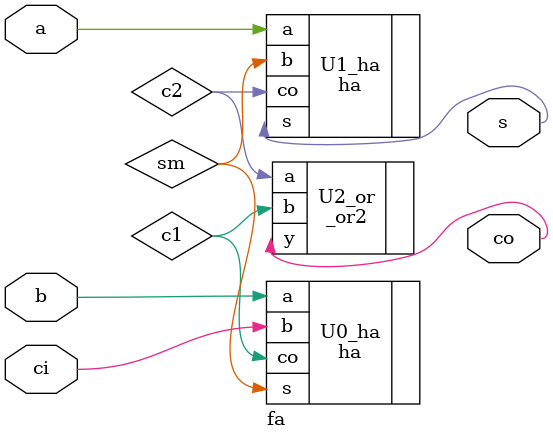
<source format=v>
module fa(a,b,ci,s,co); //initialize full adder
	input a, b, ci; //3 inputs
	output s,co; //2 outputs
	wire sm, c1, c2; //3 wires

	ha U0_ha(.a(b), .b(ci), .s(sm), .co(c1)); //instance half adder in ha.v
	ha U1_ha(.a(a), .b(sm), .s(s), .co(c2)); //instance half adder in ha.v
	_or2 U2_or(.a(c2), .b(c1), .y(co)); //instance or gate in gates.v

endmodule //Declare end of module
</source>
